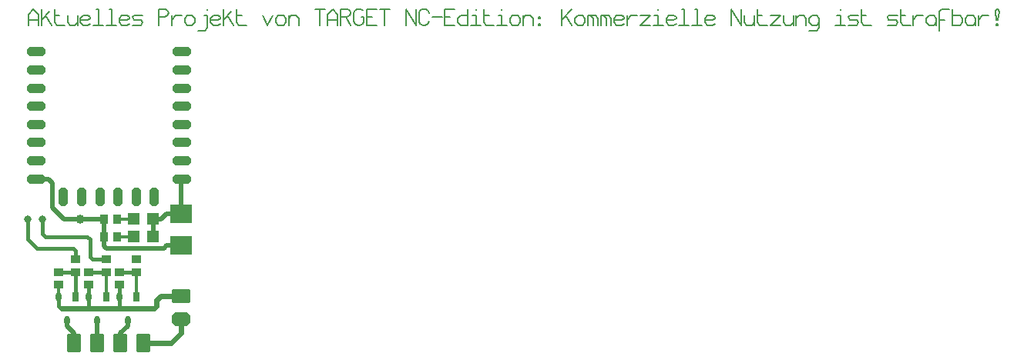
<source format=gtl>
%FSLAX35Y35*%
%MOIN*%
%TF.FileFunction,Copper,L1,Top*%
%ADD10C,0.00591*%
%ADD11C,0.00214*%
%ADD12C,0.00384*%
%ADD13C,0.00409*%
%ADD14C,0.00512*%
%ADD15C,0.00650*%
%ADD16C,0.00768*%
%ADD17C,0.01181*%
%ADD18C,0.01575*%
%ADD19C,0.01969*%
%ADD20C,0.02362*%
%ADD21C,0.03150*%
%ADD22C,0.03937*%
%AMR_23*21,1,0.03200,0.03800,0,0,90.000*%
%ADD23R_23*%
%AMR_24*21,1,0.03200,0.03800,0,0,180.000*%
%ADD24R_24*%
%AMR_25*21,1,0.04409,0.06299,0,0,90.000*%
%ADD25R_25*%
%AMR_26*21,1,0.05000,0.05000,0,0,180.000*%
%ADD26R_26*%
%AMR_27*21,1,0.07874,0.09449,0,0,90.000*%
%ADD27R_27*%
%AMR_28*21,1,0.19685,0.19685,0,0,0.000*%
%ADD28R_28*%
%AMOCT_29*4,1,8,0.031496,0.023622,0.015748,0.039370,-0.015748,0.039370,-0.031496,0.023622,-0.031496,-0.023622,-0.015748,-0.039370,0.015748,-0.039370,0.031496,-0.023622,0.031496,0.023622,270.000*%
%ADD29OCT_29*%
%AMOCT_30*4,1,8,0.039370,0.009843,0.029528,0.019685,-0.029528,0.019685,-0.039370,0.009843,-0.039370,-0.009843,-0.029528,-0.019685,0.029528,-0.019685,0.039370,-0.009843,0.039370,0.009843,0.000*%
%ADD30OCT_30*%
%AMOCT_31*4,1,8,0.039370,0.009843,0.029528,0.019685,-0.029528,0.019685,-0.039370,0.009843,-0.039370,-0.009843,-0.029528,-0.019685,0.029528,-0.019685,0.039370,-0.009843,0.039370,0.009843,90.000*%
%ADD31OCT_31*%
%ADD32O,0.02559X0.04173*%
%AMRR_33*21,1,0.02559,0.03661,0,0,180.000*21,1,0.02047,0.04173,0,0,180.000*1,1,0.00512,-0.01024,-0.01831*1,1,0.00512,0.01024,0.01831*1,1,0.00512,-0.01024,0.01831*1,1,0.00512,0.01024,-0.01831*%
%ADD33RR_33*%
%AMRR_34*21,1,0.06299,0.06929,0,0,180.000*21,1,0.05354,0.07874,0,0,180.000*1,1,0.00945,-0.02677,-0.03465*1,1,0.00945,0.02677,0.03465*1,1,0.00945,-0.02677,0.03465*1,1,0.00945,0.02677,-0.03465*%
%ADD34RR_34*%
%AMRR_35*21,1,0.06299,0.06614,0,0,270.000*21,1,0.05039,0.07874,0,0,270.000*1,1,0.01260,0.03307,-0.02520*1,1,0.01260,-0.03307,0.02520*1,1,0.01260,-0.03307,-0.02520*1,1,0.01260,0.03307,0.02520*%
%ADD35RR_35*%
%AMRR_36*21,1,0.23622,0.06457,0,0,90.000*21,1,0.22205,0.07874,0,0,90.000*1,1,0.01417,-0.03228,0.11102*1,1,0.01417,0.03228,-0.11102*1,1,0.01417,0.03228,0.11102*1,1,0.01417,-0.03228,-0.11102*%
%ADD36RR_36*%
G54D15*
X3937Y144749D02*
X3937Y149473D01*
X3937Y147111D02*
X8267Y147111D01*
X8267Y149473D02*
X8267Y144749D01*
X3937Y149473D02*
X6102Y151835D01*
X8267Y149473D01*
X9566Y151835D02*
X9566Y144749D01*
X9566Y147111D02*
X12814Y150654D01*
X11190Y148882D02*
X13897Y144749D01*
X15196Y151835D02*
X15196Y145930D01*
X16279Y144749D01*
X19527Y144749D01*
X15196Y148882D02*
X17362Y148882D01*
X20826Y148882D02*
X20826Y145930D01*
X21909Y144749D01*
X24074Y144749D01*
X25157Y145930D01*
X25157Y148882D02*
X25157Y144749D01*
X30787Y145339D02*
X29704Y144749D01*
X27539Y144749D01*
X26456Y145930D01*
X26456Y147701D01*
X27539Y148882D01*
X29704Y148882D01*
X30787Y148292D01*
X30787Y147701D01*
X29704Y147111D01*
X26456Y147111D01*
X32086Y144749D02*
X36417Y144749D01*
X33169Y151835D02*
X34251Y151835D01*
X34251Y144749D01*
X37716Y144749D02*
X42047Y144749D01*
X38799Y151835D02*
X39881Y151835D01*
X39881Y144749D01*
X47677Y145339D02*
X46594Y144749D01*
X44429Y144749D01*
X43346Y145930D01*
X43346Y147701D01*
X44429Y148882D01*
X46594Y148882D01*
X47677Y148292D01*
X47677Y147701D01*
X46594Y147111D01*
X43346Y147111D01*
X48976Y144749D02*
X52765Y144749D01*
X53307Y145930D01*
X52765Y147111D01*
X49517Y147111D01*
X48976Y148292D01*
X49517Y148882D01*
X53307Y148882D01*
X60236Y151835D02*
X60236Y144749D01*
X60236Y148292D02*
X62942Y148292D01*
X64025Y148882D01*
X64566Y150063D01*
X64025Y151245D01*
X62942Y151835D01*
X60236Y151835D01*
X65866Y148882D02*
X65866Y144749D01*
X65866Y147111D02*
X67490Y148882D01*
X70196Y148882D01*
X71496Y147701D02*
X71496Y145930D01*
X71496Y147701D02*
X72578Y148882D01*
X74744Y148882D01*
X75826Y147701D01*
X75826Y145930D01*
X74744Y144749D01*
X72578Y144749D01*
X71496Y145930D01*
X77125Y142386D02*
X80374Y142386D01*
X81456Y143567D01*
X81456Y148882D01*
X79832Y148882D01*
X81456Y151835D02*
X81456Y151245D01*
X87086Y145339D02*
X86003Y144749D01*
X83838Y144749D01*
X82755Y145930D01*
X82755Y147701D01*
X83838Y148882D01*
X86003Y148882D01*
X87086Y148292D01*
X87086Y147701D01*
X86003Y147111D01*
X82755Y147111D01*
X88385Y151835D02*
X88385Y144749D01*
X88385Y147111D02*
X91633Y150654D01*
X90009Y148882D02*
X92716Y144749D01*
X94015Y151835D02*
X94015Y145930D01*
X95098Y144749D01*
X98346Y144749D01*
X94015Y148882D02*
X96181Y148882D01*
X105275Y148882D02*
X107440Y144749D01*
X109606Y148882D01*
X110905Y147701D02*
X110905Y145930D01*
X110905Y147701D02*
X111988Y148882D01*
X114153Y148882D01*
X115236Y147701D01*
X115236Y145930D01*
X114153Y144749D01*
X111988Y144749D01*
X110905Y145930D01*
X116535Y144749D02*
X116535Y148882D01*
X116535Y147701D02*
X117618Y148882D01*
X119783Y148882D01*
X120866Y147701D01*
X120866Y144749D01*
X127795Y151835D02*
X132125Y151835D01*
X129960Y151835D02*
X129960Y144749D01*
X133425Y144749D02*
X133425Y149473D01*
X133425Y147111D02*
X137755Y147111D01*
X137755Y149473D02*
X137755Y144749D01*
X133425Y149473D02*
X135590Y151835D01*
X137755Y149473D01*
X139055Y151835D02*
X139055Y144749D01*
X139055Y148292D02*
X141761Y148292D01*
X142844Y148882D01*
X143385Y150063D01*
X142844Y151245D01*
X141761Y151835D01*
X139055Y151835D01*
X141220Y148292D02*
X143385Y144749D01*
X146309Y151835D02*
X145226Y151245D01*
X144685Y150063D01*
X144685Y146520D01*
X145226Y145339D01*
X146309Y144749D01*
X147391Y144749D01*
X148474Y145339D01*
X149015Y146520D01*
X149015Y148292D01*
X147933Y148292D01*
X146309Y151835D02*
X147391Y151835D01*
X148474Y151245D01*
X150314Y151835D02*
X150314Y144749D01*
X154645Y144749D01*
X150314Y148292D02*
X152480Y148292D01*
X150314Y151835D02*
X154645Y151835D01*
X155944Y151835D02*
X160275Y151835D01*
X158110Y151835D02*
X158110Y144749D01*
X167204Y144749D02*
X167204Y151835D01*
X171535Y144749D01*
X171535Y151835D01*
X175541Y144749D02*
X176624Y145339D01*
X177165Y146520D01*
X175541Y144749D02*
X174458Y144749D01*
X173375Y145339D01*
X172834Y146520D01*
X172834Y150063D01*
X173375Y151245D01*
X174458Y151835D01*
X175541Y151835D01*
X176624Y151245D01*
X177165Y150063D01*
X178464Y148292D02*
X182795Y148292D01*
X184094Y151835D02*
X184094Y144749D01*
X188425Y144749D01*
X184094Y148292D02*
X186259Y148292D01*
X184094Y151835D02*
X188425Y151835D01*
X194055Y151835D02*
X194055Y144749D01*
X190807Y144749D01*
X189724Y145930D01*
X189724Y147701D01*
X190807Y148882D01*
X194055Y148882D01*
X195354Y144749D02*
X199685Y144749D01*
X197519Y144749D02*
X197519Y148882D01*
X197519Y151835D02*
X197519Y151245D01*
X195895Y148882D02*
X197519Y148882D01*
X200984Y151835D02*
X200984Y145930D01*
X202066Y144749D01*
X205314Y144749D01*
X200984Y148882D02*
X203149Y148882D01*
X206614Y144749D02*
X210944Y144749D01*
X208779Y144749D02*
X208779Y148882D01*
X208779Y151835D02*
X208779Y151245D01*
X207155Y148882D02*
X208779Y148882D01*
X212244Y147701D02*
X212244Y145930D01*
X212244Y147701D02*
X213326Y148882D01*
X215492Y148882D01*
X216574Y147701D01*
X216574Y145930D01*
X215492Y144749D01*
X213326Y144749D01*
X212244Y145930D01*
X217874Y144749D02*
X217874Y148882D01*
X217874Y147701D02*
X218956Y148882D01*
X221122Y148882D01*
X222204Y147701D01*
X222204Y144749D01*
X224586Y145339D02*
X224586Y144749D01*
X225127Y144749D01*
X225127Y145339D01*
X224586Y145339D01*
X225127Y148292D02*
X224586Y148292D01*
X224586Y147701D01*
X225127Y147701D01*
X225127Y148292D01*
X234763Y151835D02*
X234763Y144749D01*
X234763Y147111D02*
X239094Y151835D01*
X236387Y148882D02*
X239094Y144749D01*
X240393Y147701D02*
X240393Y145930D01*
X240393Y147701D02*
X241476Y148882D01*
X243641Y148882D01*
X244724Y147701D01*
X244724Y145930D01*
X243641Y144749D01*
X241476Y144749D01*
X240393Y145930D01*
X250354Y144749D02*
X250354Y147701D01*
X249271Y148882D01*
X248188Y144749D02*
X248188Y147701D01*
X246023Y148882D02*
X249271Y148882D01*
X246023Y144749D02*
X246023Y148882D01*
X248188Y147701D02*
X247106Y148882D01*
X255984Y144749D02*
X255984Y147701D01*
X254901Y148882D01*
X253818Y144749D02*
X253818Y147701D01*
X251653Y148882D02*
X254901Y148882D01*
X251653Y144749D02*
X251653Y148882D01*
X253818Y147701D02*
X252736Y148882D01*
X261614Y145339D02*
X260531Y144749D01*
X258366Y144749D01*
X257283Y145930D01*
X257283Y147701D01*
X258366Y148882D01*
X260531Y148882D01*
X261614Y148292D01*
X261614Y147701D01*
X260531Y147111D01*
X257283Y147111D01*
X262913Y148882D02*
X262913Y144749D01*
X262913Y147111D02*
X264537Y148882D01*
X267244Y148882D01*
X268543Y148882D02*
X272874Y148882D01*
X268543Y144749D01*
X272874Y144749D01*
X274173Y144749D02*
X278503Y144749D01*
X276338Y144749D02*
X276338Y148882D01*
X276338Y151835D02*
X276338Y151245D01*
X274714Y148882D02*
X276338Y148882D01*
X284133Y145339D02*
X283051Y144749D01*
X280885Y144749D01*
X279803Y145930D01*
X279803Y147701D01*
X280885Y148882D01*
X283051Y148882D01*
X284133Y148292D01*
X284133Y147701D01*
X283051Y147111D01*
X279803Y147111D01*
X285433Y144749D02*
X289763Y144749D01*
X286515Y151835D02*
X287598Y151835D01*
X287598Y144749D01*
X291062Y144749D02*
X295393Y144749D01*
X292145Y151835D02*
X293228Y151835D01*
X293228Y144749D01*
X301023Y145339D02*
X299940Y144749D01*
X297775Y144749D01*
X296692Y145930D01*
X296692Y147701D01*
X297775Y148882D01*
X299940Y148882D01*
X301023Y148292D01*
X301023Y147701D01*
X299940Y147111D01*
X296692Y147111D01*
X307952Y144749D02*
X307952Y151835D01*
X312283Y144749D01*
X312283Y151835D01*
X313582Y148882D02*
X313582Y145930D01*
X314665Y144749D01*
X316830Y144749D01*
X317913Y145930D01*
X317913Y148882D02*
X317913Y144749D01*
X319212Y151835D02*
X319212Y145930D01*
X320295Y144749D01*
X323543Y144749D01*
X319212Y148882D02*
X321377Y148882D01*
X324842Y148882D02*
X329173Y148882D01*
X324842Y144749D01*
X329173Y144749D01*
X330472Y148882D02*
X330472Y145930D01*
X331555Y144749D01*
X333720Y144749D01*
X334803Y145930D01*
X334803Y148882D02*
X334803Y144749D01*
X336102Y144749D02*
X336102Y148882D01*
X336102Y147701D02*
X337185Y148882D01*
X339350Y148882D01*
X340433Y147701D01*
X340433Y144749D01*
X346062Y145930D02*
X344980Y144749D01*
X342814Y144749D01*
X341732Y145930D01*
X341732Y147701D01*
X342814Y148882D01*
X344980Y148882D01*
X346062Y147701D01*
X346062Y143567D01*
X344980Y142386D01*
X341732Y142386D01*
X352992Y144749D02*
X357322Y144749D01*
X355157Y144749D02*
X355157Y148882D01*
X355157Y151835D02*
X355157Y151245D01*
X353533Y148882D02*
X355157Y148882D01*
X358622Y144749D02*
X362411Y144749D01*
X362952Y145930D01*
X362411Y147111D01*
X359163Y147111D01*
X358622Y148292D01*
X359163Y148882D01*
X362952Y148882D01*
X364251Y151835D02*
X364251Y145930D01*
X365334Y144749D01*
X368582Y144749D01*
X364251Y148882D02*
X366417Y148882D01*
X375511Y144749D02*
X379301Y144749D01*
X379842Y145930D01*
X379301Y147111D01*
X376053Y147111D01*
X375511Y148292D01*
X376053Y148882D01*
X379842Y148882D01*
X381141Y151835D02*
X381141Y145930D01*
X382224Y144749D01*
X385472Y144749D01*
X381141Y148882D02*
X383307Y148882D01*
X386771Y148882D02*
X386771Y144749D01*
X386771Y147111D02*
X388395Y148882D01*
X391102Y148882D01*
X392401Y145930D02*
X393484Y144749D01*
X395649Y144749D01*
X396732Y145930D01*
X392401Y145930D02*
X392401Y147701D01*
X393484Y148882D01*
X395649Y148882D01*
X396732Y147701D01*
X396732Y144749D01*
X398031Y142386D02*
X398031Y150654D01*
X399114Y151835D01*
X402362Y151835D01*
X398031Y147111D02*
X400196Y147111D01*
X403661Y151835D02*
X403661Y144749D01*
X406909Y144749D01*
X407992Y145930D01*
X407992Y147701D01*
X406909Y148882D01*
X403661Y148882D01*
X409291Y145930D02*
X410374Y144749D01*
X412539Y144749D01*
X413622Y145930D01*
X409291Y145930D02*
X409291Y147701D01*
X410374Y148882D01*
X412539Y148882D01*
X413622Y147701D01*
X413622Y144749D01*
X414921Y148882D02*
X414921Y144749D01*
X414921Y147111D02*
X416545Y148882D01*
X419251Y148882D01*
X422716Y144749D02*
X422716Y145339D01*
X423257Y145339D01*
X423257Y144749D01*
X422716Y144749D01*
X422716Y147111D02*
X423257Y147111D01*
X423799Y150654D01*
X423257Y151835D01*
X422716Y151835D01*
X422175Y150654D01*
X422716Y147111D01*
G54D17*
X16884Y32190D02*
X16884Y26993D01*
X16884Y32190D02*
X16875Y32200D01*
X49550Y60625D02*
X42175Y60625D01*
X41875Y60625D02*
X42175Y60625D01*
X49550Y53125D02*
X42175Y53125D01*
X50615Y35940D02*
X50615Y26993D01*
X50615Y35940D02*
X50625Y37825D01*
X37490Y35940D02*
X37490Y26993D01*
X37490Y35940D02*
X37500Y37825D01*
G54D18*
X18125Y21875D02*
X16884Y23115D01*
X16884Y26993D01*
X30000Y26983D02*
X30000Y21875D01*
X30000Y26983D02*
X30009Y26993D01*
X43125Y26983D02*
X43125Y21875D01*
X43125Y26983D02*
X43134Y26993D01*
X43134Y32190D02*
X43134Y26993D01*
X43134Y32190D02*
X43125Y32200D01*
X30000Y32200D02*
X30000Y26983D01*
X10000Y60625D02*
X10000Y54375D01*
X11250Y53125D01*
X29375Y53125D01*
X30625Y51875D01*
X30625Y44375D01*
X31575Y43425D01*
X37500Y43425D01*
X3750Y60625D02*
X3750Y51875D01*
X7500Y48125D01*
X23125Y48125D01*
X24375Y46875D01*
X24375Y43425D01*
X43150Y37825D02*
X50625Y37825D01*
X43150Y37825D02*
X43125Y37800D01*
X30025Y37825D02*
X37500Y37825D01*
X30025Y37825D02*
X30000Y37800D01*
X24375Y27002D02*
X24375Y37825D01*
X24375Y27002D02*
X24365Y26993D01*
X24350Y37800D02*
X16875Y37800D01*
X24350Y37800D02*
X24375Y37825D01*
G54D19*
X57950Y60625D02*
X57950Y53125D01*
X57950Y60625D02*
X61250Y60625D01*
X63764Y63139D01*
X70000Y63139D01*
X70000Y77883D02*
X70000Y63139D01*
X70000Y77883D02*
X70246Y78129D01*
X36575Y60625D02*
X36575Y53125D01*
X36575Y60625D02*
X26250Y60625D01*
X19375Y60625D02*
X14375Y65625D01*
X14375Y76250D01*
X12495Y78129D01*
X7253Y78129D01*
X26250Y60625D02*
X19375Y60625D01*
X36575Y53125D02*
X36575Y49050D01*
X37500Y48125D01*
X62500Y48125D01*
X63735Y49360D01*
X70000Y49360D01*
X46875Y16756D02*
X46875Y14375D01*
X43750Y11250D01*
X43750Y6875D01*
X33750Y16756D02*
X33750Y6875D01*
X20625Y16756D02*
X20625Y14375D01*
X23750Y11250D01*
X23750Y6875D01*
G54D20*
X70000Y27500D02*
X61250Y27500D01*
X59375Y25625D01*
X59375Y23125D01*
X58125Y21875D01*
X43125Y21875D01*
X30000Y21875D02*
X18125Y21875D01*
X43125Y21875D02*
X30000Y21875D01*
X53750Y6875D02*
X65625Y6875D01*
X70000Y11250D01*
X70000Y17500D01*
G54D21*
X10000Y60625D03*
X3750Y60625D03*
G54D22*
X26250Y60625D03*
G54D23*
X50625Y37825D03*
X50625Y43425D03*
X43125Y32200D03*
X43125Y37800D03*
X37500Y37825D03*
X37500Y43425D03*
X30000Y32200D03*
X30000Y37800D03*
X24375Y37825D03*
X24375Y43425D03*
X16875Y32200D03*
X16875Y37800D03*
G54D24*
X42175Y53125D03*
X36575Y53125D03*
X42175Y60625D03*
X36575Y60625D03*
G54D26*
X49550Y53125D03*
X57950Y53125D03*
X49550Y60625D03*
X57950Y60625D03*
G54D27*
X70000Y63139D03*
X70000Y49360D03*
G54D29*
X70000Y17500D03*
G54D30*
X7253Y133248D03*
X7253Y125374D03*
X7253Y117500D03*
X7253Y109625D03*
X7253Y101751D03*
X7253Y93877D03*
X7253Y86003D03*
X7253Y78129D03*
X70246Y78129D03*
X70246Y86003D03*
X70246Y93877D03*
X70246Y101751D03*
X70246Y109625D03*
X70246Y117500D03*
X70246Y125374D03*
X70246Y133248D03*
G54D31*
X19064Y70255D03*
X26938Y70255D03*
X34812Y70255D03*
X42687Y70255D03*
X50561Y70255D03*
X58435Y70255D03*
G54D32*
X43134Y26993D03*
X46875Y16756D03*
X30009Y26993D03*
X33750Y16756D03*
X16884Y26993D03*
X20625Y16756D03*
G54D33*
X50615Y26993D03*
X37490Y26993D03*
X24365Y26993D03*
G54D34*
X53750Y6875D03*
X43750Y6875D03*
X33750Y6875D03*
X23750Y6875D03*
G54D35*
X70000Y27500D03*
M02*

</source>
